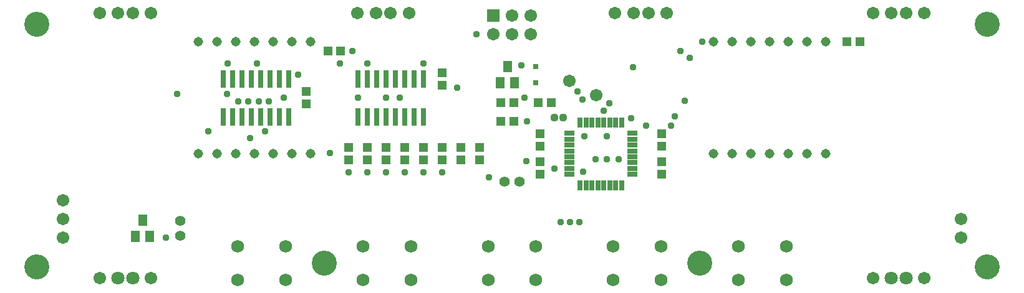
<source format=gbr>
G04 EAGLE Gerber RS-274X export*
G75*
%MOMM*%
%FSLAX34Y34*%
%LPD*%
%INSoldermask Bottom*%
%IPPOS*%
%AMOC8*
5,1,8,0,0,1.08239X$1,22.5*%
G01*
%ADD10C,3.403200*%
%ADD11C,1.703200*%
%ADD12C,1.803200*%
%ADD13R,1.203200X1.203200*%
%ADD14C,1.311200*%
%ADD15R,1.711200X1.711200*%
%ADD16C,1.711200*%
%ADD17R,1.203200X1.603200*%
%ADD18R,1.303200X1.203200*%
%ADD19R,1.203200X1.303200*%
%ADD20C,1.727200*%
%ADD21R,0.803200X2.403200*%
%ADD22R,1.473200X0.762000*%
%ADD23R,0.762000X1.473200*%
%ADD24C,1.111200*%
%ADD25C,1.411200*%
%ADD26R,0.803200X0.803200*%
%ADD27C,0.959600*%


D10*
X645000Y100000D03*
X-645000Y100000D03*
X-645000Y-230000D03*
X645000Y-230000D03*
D11*
X185000Y115000D03*
X165000Y115000D03*
X535000Y115000D03*
X515000Y115000D03*
X-515000Y115000D03*
X-535000Y115000D03*
X-165000Y115000D03*
X-185000Y115000D03*
D12*
X-515000Y-245000D03*
X-535000Y-245000D03*
X535000Y-245000D03*
X515000Y-245000D03*
D10*
X255000Y-225000D03*
X-255000Y-225000D03*
D13*
X38100Y-48650D03*
X38100Y-65650D03*
X52950Y-6350D03*
X35950Y-6350D03*
D14*
X-426200Y-76200D03*
X-400800Y-76200D03*
X-375400Y-76200D03*
X-350000Y-76200D03*
X-324600Y-76200D03*
X-299200Y-76200D03*
X-273800Y-76200D03*
X-273800Y76200D03*
X-299200Y76200D03*
X-324600Y76200D03*
X-350000Y76200D03*
X-375400Y76200D03*
X-400800Y76200D03*
X-426200Y76200D03*
X273800Y-76200D03*
X299200Y-76200D03*
X324600Y-76200D03*
X350000Y-76200D03*
X375400Y-76200D03*
X400800Y-76200D03*
X426200Y-76200D03*
X426200Y76200D03*
X400800Y76200D03*
X375400Y76200D03*
X350000Y76200D03*
X324600Y76200D03*
X299200Y76200D03*
X273800Y76200D03*
D15*
X-25400Y111760D03*
D16*
X-25400Y86360D03*
X0Y111760D03*
X0Y86360D03*
X25400Y111760D03*
X25400Y86360D03*
D17*
X-6350Y42750D03*
X-15850Y20750D03*
X3150Y20750D03*
D18*
X-44450Y-67700D03*
X-44450Y-84700D03*
D19*
X455050Y76200D03*
X472050Y76200D03*
X-14850Y-31750D03*
X2150Y-31750D03*
D18*
X-69850Y-67700D03*
X-69850Y-84700D03*
X-95250Y-67700D03*
X-95250Y-84700D03*
X-120650Y-67700D03*
X-120650Y-84700D03*
X-146050Y-67700D03*
X-146050Y-84700D03*
X-171450Y-67700D03*
X-171450Y-84700D03*
X-196850Y-67700D03*
X-196850Y-84700D03*
X-222250Y-67700D03*
X-222250Y-84700D03*
D19*
X-249800Y63500D03*
X-232800Y63500D03*
D20*
X-372500Y-202500D03*
X-372500Y-247500D03*
X-307500Y-202500D03*
X-307500Y-247500D03*
X-202500Y-202500D03*
X-202500Y-247500D03*
X-137500Y-202500D03*
X-137500Y-247500D03*
X-32500Y-202500D03*
X-32500Y-247500D03*
X32500Y-202500D03*
X32500Y-247500D03*
X137500Y-202500D03*
X137500Y-247500D03*
X202500Y-202500D03*
X202500Y-247500D03*
X307500Y-202500D03*
X307500Y-247500D03*
X372500Y-202500D03*
X372500Y-247500D03*
D21*
X-120650Y-26000D03*
X-133350Y-26000D03*
X-146050Y-26000D03*
X-158750Y-26000D03*
X-171450Y-26000D03*
X-184150Y-26000D03*
X-196850Y-26000D03*
X-209550Y-26000D03*
X-209550Y26000D03*
X-196850Y26000D03*
X-184150Y26000D03*
X-171450Y26000D03*
X-158750Y26000D03*
X-146050Y26000D03*
X-133350Y26000D03*
X-120650Y26000D03*
X-303050Y-26000D03*
X-315750Y-26000D03*
X-328450Y-26000D03*
X-341150Y-26000D03*
X-353850Y-26000D03*
X-366550Y-26000D03*
X-379250Y-26000D03*
X-391950Y-26000D03*
X-391950Y26000D03*
X-379250Y26000D03*
X-366550Y26000D03*
X-353850Y26000D03*
X-341150Y26000D03*
X-328450Y26000D03*
X-315750Y26000D03*
X-303050Y26000D03*
D22*
X77724Y-104200D03*
X77724Y-96200D03*
X77724Y-88200D03*
X77724Y-80200D03*
X77724Y-72200D03*
X77724Y-64200D03*
X77724Y-56200D03*
X77724Y-48200D03*
D23*
X92650Y-33274D03*
X100650Y-33274D03*
X108650Y-33274D03*
X116650Y-33274D03*
X124650Y-33274D03*
X132650Y-33274D03*
X140650Y-33274D03*
X148650Y-33274D03*
D22*
X163576Y-48200D03*
X163576Y-56200D03*
X163576Y-64200D03*
X163576Y-72200D03*
X163576Y-80200D03*
X163576Y-88200D03*
X163576Y-96200D03*
X163576Y-104200D03*
D23*
X148650Y-119126D03*
X140650Y-119126D03*
X132650Y-119126D03*
X124650Y-119126D03*
X116650Y-119126D03*
X108650Y-119126D03*
X100650Y-119126D03*
X92650Y-119126D03*
D24*
X69088Y-26670D03*
X57912Y-26670D03*
D16*
X-210000Y115000D03*
X-140000Y115000D03*
X-560000Y115000D03*
X-490000Y115000D03*
X140000Y115000D03*
X210000Y115000D03*
X490000Y115000D03*
X560000Y115000D03*
D19*
X2150Y-6350D03*
X-14850Y-6350D03*
D13*
X203200Y-103750D03*
X203200Y-86750D03*
X203200Y-48650D03*
X203200Y-65650D03*
X38100Y-103750D03*
X38100Y-86750D03*
X-279400Y-8500D03*
X-279400Y8500D03*
X-95250Y16900D03*
X-95250Y33900D03*
D25*
X-10000Y-114300D03*
X10000Y-114300D03*
D16*
X-490000Y-245000D03*
X-560000Y-245000D03*
D25*
X-450850Y-187800D03*
X-450850Y-167800D03*
D16*
X490000Y-245000D03*
X560000Y-245000D03*
D17*
X-501650Y-166800D03*
X-511150Y-188800D03*
X-492150Y-188800D03*
D16*
X-609600Y-190500D03*
X-609600Y-165100D03*
X-609600Y-139700D03*
X609600Y-190500D03*
X609600Y-165100D03*
D26*
X31750Y20750D03*
X31750Y42750D03*
D11*
X77470Y22860D03*
X114300Y3810D03*
D27*
X-290830Y31750D03*
X-120650Y46990D03*
X-387350Y5080D03*
X-196850Y46990D03*
X128270Y-83820D03*
X20320Y-31750D03*
X88900Y8890D03*
X-386080Y46990D03*
X-412750Y-45720D03*
X-454660Y5080D03*
X113030Y-83820D03*
X-74930Y13970D03*
X-48260Y86360D03*
X163830Y41910D03*
X-309880Y0D03*
X-209550Y0D03*
X-346710Y46990D03*
X-233680Y46990D03*
X95250Y-2540D03*
X-344170Y-5080D03*
X-171450Y0D03*
X-95250Y-101600D03*
X-120650Y-101600D03*
X-146050Y-101600D03*
X-171450Y-101600D03*
X-247650Y-74930D03*
X-196850Y-101600D03*
X-222250Y-101600D03*
X-355600Y-54610D03*
X241300Y54610D03*
X-372110Y-5080D03*
X-358140Y-5080D03*
X257810Y76200D03*
X-335280Y-45720D03*
X124460Y-17780D03*
X215900Y-38100D03*
X97790Y-52070D03*
X-31750Y-107950D03*
X128270Y-52070D03*
X181610Y-38100D03*
X161290Y-27940D03*
X144780Y-83820D03*
X-330200Y-5080D03*
X-152400Y0D03*
X16510Y0D03*
X132080Y-7620D03*
X220980Y-25400D03*
X12700Y44450D03*
X-217170Y63500D03*
X228600Y63500D03*
X57150Y-96520D03*
X19050Y-86360D03*
X234680Y-3810D03*
X96520Y-100330D03*
X-469900Y-190500D03*
X91440Y-168910D03*
X78740Y-168910D03*
X66040Y-168910D03*
M02*

</source>
